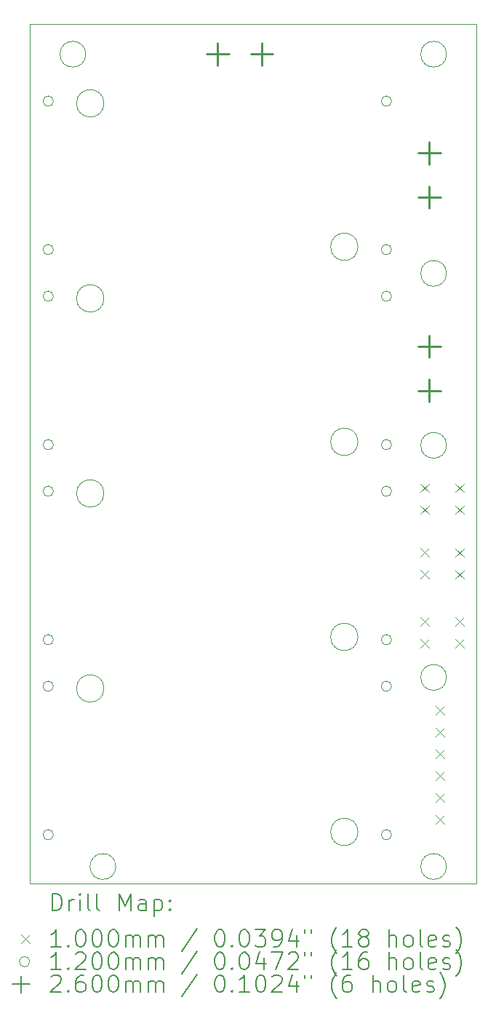
<source format=gbr>
%TF.GenerationSoftware,KiCad,Pcbnew,9.0.0-9.0.0-2~ubuntu24.04.1*%
%TF.CreationDate,2025-04-02T19:47:50+02:00*%
%TF.ProjectId,Buck_InterFace,4275636b-5f49-46e7-9465-72466163652e,rev?*%
%TF.SameCoordinates,Original*%
%TF.FileFunction,Drillmap*%
%TF.FilePolarity,Positive*%
%FSLAX45Y45*%
G04 Gerber Fmt 4.5, Leading zero omitted, Abs format (unit mm)*
G04 Created by KiCad (PCBNEW 9.0.0-9.0.0-2~ubuntu24.04.1) date 2025-04-02 19:47:50*
%MOMM*%
%LPD*%
G01*
G04 APERTURE LIST*
%ADD10C,0.050000*%
%ADD11C,0.200000*%
%ADD12C,0.100000*%
%ADD13C,0.120000*%
%ADD14C,0.260000*%
G04 APERTURE END LIST*
D10*
X15300000Y-8450000D02*
G75*
G02*
X15000000Y-8450000I-150000J0D01*
G01*
X15000000Y-8450000D02*
G75*
G02*
X15300000Y-8450000I150000J0D01*
G01*
X11100000Y-3900000D02*
G75*
G02*
X10800000Y-3900000I-150000J0D01*
G01*
X10800000Y-3900000D02*
G75*
G02*
X11100000Y-3900000I150000J0D01*
G01*
X10450000Y-3550000D02*
X15650000Y-3550000D01*
X15650000Y-13550000D01*
X10450000Y-13550000D01*
X10450000Y-3550000D01*
X15300000Y-3900000D02*
G75*
G02*
X15000000Y-3900000I-150000J0D01*
G01*
X15000000Y-3900000D02*
G75*
G02*
X15300000Y-3900000I150000J0D01*
G01*
X15300000Y-6450000D02*
G75*
G02*
X15000000Y-6450000I-150000J0D01*
G01*
X15000000Y-6450000D02*
G75*
G02*
X15300000Y-6450000I150000J0D01*
G01*
X15300000Y-11150000D02*
G75*
G02*
X15000000Y-11150000I-150000J0D01*
G01*
X15000000Y-11150000D02*
G75*
G02*
X15300000Y-11150000I150000J0D01*
G01*
X11450000Y-13350000D02*
G75*
G02*
X11150000Y-13350000I-150000J0D01*
G01*
X11150000Y-13350000D02*
G75*
G02*
X11450000Y-13350000I150000J0D01*
G01*
X15300000Y-13350000D02*
G75*
G02*
X15000000Y-13350000I-150000J0D01*
G01*
X15000000Y-13350000D02*
G75*
G02*
X15300000Y-13350000I150000J0D01*
G01*
X11311956Y-4471200D02*
G75*
G02*
X10993200Y-4471200I-159378J0D01*
G01*
X10993200Y-4471200D02*
G75*
G02*
X11311956Y-4471200I159378J0D01*
G01*
X14269800Y-6140636D02*
G75*
G02*
X13951072Y-6140636I-159364J0D01*
G01*
X13951072Y-6140636D02*
G75*
G02*
X14269800Y-6140636I159364J0D01*
G01*
X11311956Y-6740200D02*
G75*
G02*
X10993200Y-6740200I-159378J0D01*
G01*
X10993200Y-6740200D02*
G75*
G02*
X11311956Y-6740200I159378J0D01*
G01*
X14269800Y-8409636D02*
G75*
G02*
X13951072Y-8409636I-159364J0D01*
G01*
X13951072Y-8409636D02*
G75*
G02*
X14269800Y-8409636I159364J0D01*
G01*
X11311956Y-9009200D02*
G75*
G02*
X10993200Y-9009200I-159378J0D01*
G01*
X10993200Y-9009200D02*
G75*
G02*
X11311956Y-9009200I159378J0D01*
G01*
X14269800Y-10678636D02*
G75*
G02*
X13951072Y-10678636I-159364J0D01*
G01*
X13951072Y-10678636D02*
G75*
G02*
X14269800Y-10678636I159364J0D01*
G01*
X11311956Y-11278200D02*
G75*
G02*
X10993200Y-11278200I-159378J0D01*
G01*
X10993200Y-11278200D02*
G75*
G02*
X11311956Y-11278200I159378J0D01*
G01*
X14269800Y-12947636D02*
G75*
G02*
X13951072Y-12947636I-159364J0D01*
G01*
X13951072Y-12947636D02*
G75*
G02*
X14269800Y-12947636I159364J0D01*
G01*
D11*
D12*
X15000000Y-8896000D02*
X15100000Y-8996000D01*
X15100000Y-8896000D02*
X15000000Y-8996000D01*
X15000000Y-9150000D02*
X15100000Y-9250000D01*
X15100000Y-9150000D02*
X15000000Y-9250000D01*
X15000000Y-9646000D02*
X15100000Y-9746000D01*
X15100000Y-9646000D02*
X15000000Y-9746000D01*
X15000000Y-9900000D02*
X15100000Y-10000000D01*
X15100000Y-9900000D02*
X15000000Y-10000000D01*
X15000000Y-10450000D02*
X15100000Y-10550000D01*
X15100000Y-10450000D02*
X15000000Y-10550000D01*
X15000000Y-10704000D02*
X15100000Y-10804000D01*
X15100000Y-10704000D02*
X15000000Y-10804000D01*
X15175000Y-11480000D02*
X15275000Y-11580000D01*
X15275000Y-11480000D02*
X15175000Y-11580000D01*
X15175000Y-11734000D02*
X15275000Y-11834000D01*
X15275000Y-11734000D02*
X15175000Y-11834000D01*
X15175000Y-11988000D02*
X15275000Y-12088000D01*
X15275000Y-11988000D02*
X15175000Y-12088000D01*
X15175000Y-12242000D02*
X15275000Y-12342000D01*
X15275000Y-12242000D02*
X15175000Y-12342000D01*
X15175000Y-12496000D02*
X15275000Y-12596000D01*
X15275000Y-12496000D02*
X15175000Y-12596000D01*
X15175000Y-12750000D02*
X15275000Y-12850000D01*
X15275000Y-12750000D02*
X15175000Y-12850000D01*
X15400000Y-8896000D02*
X15500000Y-8996000D01*
X15500000Y-8896000D02*
X15400000Y-8996000D01*
X15400000Y-9150000D02*
X15500000Y-9250000D01*
X15500000Y-9150000D02*
X15400000Y-9250000D01*
X15400000Y-9650000D02*
X15500000Y-9750000D01*
X15500000Y-9650000D02*
X15400000Y-9750000D01*
X15400000Y-9904000D02*
X15500000Y-10004000D01*
X15500000Y-9904000D02*
X15400000Y-10004000D01*
X15400000Y-10450000D02*
X15500000Y-10550000D01*
X15500000Y-10450000D02*
X15400000Y-10550000D01*
X15400000Y-10704000D02*
X15500000Y-10804000D01*
X15500000Y-10704000D02*
X15400000Y-10804000D01*
D13*
X10723000Y-4445800D02*
G75*
G02*
X10603000Y-4445800I-60000J0D01*
G01*
X10603000Y-4445800D02*
G75*
G02*
X10723000Y-4445800I60000J0D01*
G01*
X10723000Y-6173000D02*
G75*
G02*
X10603000Y-6173000I-60000J0D01*
G01*
X10603000Y-6173000D02*
G75*
G02*
X10723000Y-6173000I60000J0D01*
G01*
X10723000Y-6714800D02*
G75*
G02*
X10603000Y-6714800I-60000J0D01*
G01*
X10603000Y-6714800D02*
G75*
G02*
X10723000Y-6714800I60000J0D01*
G01*
X10723000Y-8442000D02*
G75*
G02*
X10603000Y-8442000I-60000J0D01*
G01*
X10603000Y-8442000D02*
G75*
G02*
X10723000Y-8442000I60000J0D01*
G01*
X10723000Y-8983800D02*
G75*
G02*
X10603000Y-8983800I-60000J0D01*
G01*
X10603000Y-8983800D02*
G75*
G02*
X10723000Y-8983800I60000J0D01*
G01*
X10723000Y-10711000D02*
G75*
G02*
X10603000Y-10711000I-60000J0D01*
G01*
X10603000Y-10711000D02*
G75*
G02*
X10723000Y-10711000I60000J0D01*
G01*
X10723000Y-11252800D02*
G75*
G02*
X10603000Y-11252800I-60000J0D01*
G01*
X10603000Y-11252800D02*
G75*
G02*
X10723000Y-11252800I60000J0D01*
G01*
X10723000Y-12980000D02*
G75*
G02*
X10603000Y-12980000I-60000J0D01*
G01*
X10603000Y-12980000D02*
G75*
G02*
X10723000Y-12980000I60000J0D01*
G01*
X14660000Y-4445800D02*
G75*
G02*
X14540000Y-4445800I-60000J0D01*
G01*
X14540000Y-4445800D02*
G75*
G02*
X14660000Y-4445800I60000J0D01*
G01*
X14660000Y-6173000D02*
G75*
G02*
X14540000Y-6173000I-60000J0D01*
G01*
X14540000Y-6173000D02*
G75*
G02*
X14660000Y-6173000I60000J0D01*
G01*
X14660000Y-6714800D02*
G75*
G02*
X14540000Y-6714800I-60000J0D01*
G01*
X14540000Y-6714800D02*
G75*
G02*
X14660000Y-6714800I60000J0D01*
G01*
X14660000Y-8442000D02*
G75*
G02*
X14540000Y-8442000I-60000J0D01*
G01*
X14540000Y-8442000D02*
G75*
G02*
X14660000Y-8442000I60000J0D01*
G01*
X14660000Y-8983800D02*
G75*
G02*
X14540000Y-8983800I-60000J0D01*
G01*
X14540000Y-8983800D02*
G75*
G02*
X14660000Y-8983800I60000J0D01*
G01*
X14660000Y-10711000D02*
G75*
G02*
X14540000Y-10711000I-60000J0D01*
G01*
X14540000Y-10711000D02*
G75*
G02*
X14660000Y-10711000I60000J0D01*
G01*
X14660000Y-11252800D02*
G75*
G02*
X14540000Y-11252800I-60000J0D01*
G01*
X14540000Y-11252800D02*
G75*
G02*
X14660000Y-11252800I60000J0D01*
G01*
X14660000Y-12980000D02*
G75*
G02*
X14540000Y-12980000I-60000J0D01*
G01*
X14540000Y-12980000D02*
G75*
G02*
X14660000Y-12980000I60000J0D01*
G01*
D14*
X12636920Y-3770000D02*
X12636920Y-4030000D01*
X12506920Y-3900000D02*
X12766920Y-3900000D01*
X13150000Y-3770000D02*
X13150000Y-4030000D01*
X13020000Y-3900000D02*
X13280000Y-3900000D01*
X15100000Y-4920000D02*
X15100000Y-5180000D01*
X14970000Y-5050000D02*
X15230000Y-5050000D01*
X15100000Y-5433080D02*
X15100000Y-5693080D01*
X14970000Y-5563080D02*
X15230000Y-5563080D01*
X15100000Y-7170000D02*
X15100000Y-7430000D01*
X14970000Y-7300000D02*
X15230000Y-7300000D01*
X15100000Y-7683080D02*
X15100000Y-7943080D01*
X14970000Y-7813080D02*
X15230000Y-7813080D01*
D11*
X10708277Y-13863984D02*
X10708277Y-13663984D01*
X10708277Y-13663984D02*
X10755896Y-13663984D01*
X10755896Y-13663984D02*
X10784467Y-13673508D01*
X10784467Y-13673508D02*
X10803515Y-13692555D01*
X10803515Y-13692555D02*
X10813039Y-13711603D01*
X10813039Y-13711603D02*
X10822563Y-13749698D01*
X10822563Y-13749698D02*
X10822563Y-13778269D01*
X10822563Y-13778269D02*
X10813039Y-13816365D01*
X10813039Y-13816365D02*
X10803515Y-13835412D01*
X10803515Y-13835412D02*
X10784467Y-13854460D01*
X10784467Y-13854460D02*
X10755896Y-13863984D01*
X10755896Y-13863984D02*
X10708277Y-13863984D01*
X10908277Y-13863984D02*
X10908277Y-13730650D01*
X10908277Y-13768746D02*
X10917801Y-13749698D01*
X10917801Y-13749698D02*
X10927324Y-13740174D01*
X10927324Y-13740174D02*
X10946372Y-13730650D01*
X10946372Y-13730650D02*
X10965420Y-13730650D01*
X11032086Y-13863984D02*
X11032086Y-13730650D01*
X11032086Y-13663984D02*
X11022563Y-13673508D01*
X11022563Y-13673508D02*
X11032086Y-13683031D01*
X11032086Y-13683031D02*
X11041610Y-13673508D01*
X11041610Y-13673508D02*
X11032086Y-13663984D01*
X11032086Y-13663984D02*
X11032086Y-13683031D01*
X11155896Y-13863984D02*
X11136848Y-13854460D01*
X11136848Y-13854460D02*
X11127324Y-13835412D01*
X11127324Y-13835412D02*
X11127324Y-13663984D01*
X11260658Y-13863984D02*
X11241610Y-13854460D01*
X11241610Y-13854460D02*
X11232086Y-13835412D01*
X11232086Y-13835412D02*
X11232086Y-13663984D01*
X11489229Y-13863984D02*
X11489229Y-13663984D01*
X11489229Y-13663984D02*
X11555896Y-13806841D01*
X11555896Y-13806841D02*
X11622562Y-13663984D01*
X11622562Y-13663984D02*
X11622562Y-13863984D01*
X11803515Y-13863984D02*
X11803515Y-13759222D01*
X11803515Y-13759222D02*
X11793991Y-13740174D01*
X11793991Y-13740174D02*
X11774943Y-13730650D01*
X11774943Y-13730650D02*
X11736848Y-13730650D01*
X11736848Y-13730650D02*
X11717801Y-13740174D01*
X11803515Y-13854460D02*
X11784467Y-13863984D01*
X11784467Y-13863984D02*
X11736848Y-13863984D01*
X11736848Y-13863984D02*
X11717801Y-13854460D01*
X11717801Y-13854460D02*
X11708277Y-13835412D01*
X11708277Y-13835412D02*
X11708277Y-13816365D01*
X11708277Y-13816365D02*
X11717801Y-13797317D01*
X11717801Y-13797317D02*
X11736848Y-13787793D01*
X11736848Y-13787793D02*
X11784467Y-13787793D01*
X11784467Y-13787793D02*
X11803515Y-13778269D01*
X11898753Y-13730650D02*
X11898753Y-13930650D01*
X11898753Y-13740174D02*
X11917801Y-13730650D01*
X11917801Y-13730650D02*
X11955896Y-13730650D01*
X11955896Y-13730650D02*
X11974943Y-13740174D01*
X11974943Y-13740174D02*
X11984467Y-13749698D01*
X11984467Y-13749698D02*
X11993991Y-13768746D01*
X11993991Y-13768746D02*
X11993991Y-13825888D01*
X11993991Y-13825888D02*
X11984467Y-13844936D01*
X11984467Y-13844936D02*
X11974943Y-13854460D01*
X11974943Y-13854460D02*
X11955896Y-13863984D01*
X11955896Y-13863984D02*
X11917801Y-13863984D01*
X11917801Y-13863984D02*
X11898753Y-13854460D01*
X12079705Y-13844936D02*
X12089229Y-13854460D01*
X12089229Y-13854460D02*
X12079705Y-13863984D01*
X12079705Y-13863984D02*
X12070182Y-13854460D01*
X12070182Y-13854460D02*
X12079705Y-13844936D01*
X12079705Y-13844936D02*
X12079705Y-13863984D01*
X12079705Y-13740174D02*
X12089229Y-13749698D01*
X12089229Y-13749698D02*
X12079705Y-13759222D01*
X12079705Y-13759222D02*
X12070182Y-13749698D01*
X12070182Y-13749698D02*
X12079705Y-13740174D01*
X12079705Y-13740174D02*
X12079705Y-13759222D01*
D12*
X10347500Y-14142500D02*
X10447500Y-14242500D01*
X10447500Y-14142500D02*
X10347500Y-14242500D01*
D11*
X10813039Y-14283984D02*
X10698753Y-14283984D01*
X10755896Y-14283984D02*
X10755896Y-14083984D01*
X10755896Y-14083984D02*
X10736848Y-14112555D01*
X10736848Y-14112555D02*
X10717801Y-14131603D01*
X10717801Y-14131603D02*
X10698753Y-14141127D01*
X10898753Y-14264936D02*
X10908277Y-14274460D01*
X10908277Y-14274460D02*
X10898753Y-14283984D01*
X10898753Y-14283984D02*
X10889229Y-14274460D01*
X10889229Y-14274460D02*
X10898753Y-14264936D01*
X10898753Y-14264936D02*
X10898753Y-14283984D01*
X11032086Y-14083984D02*
X11051134Y-14083984D01*
X11051134Y-14083984D02*
X11070182Y-14093508D01*
X11070182Y-14093508D02*
X11079705Y-14103031D01*
X11079705Y-14103031D02*
X11089229Y-14122079D01*
X11089229Y-14122079D02*
X11098753Y-14160174D01*
X11098753Y-14160174D02*
X11098753Y-14207793D01*
X11098753Y-14207793D02*
X11089229Y-14245888D01*
X11089229Y-14245888D02*
X11079705Y-14264936D01*
X11079705Y-14264936D02*
X11070182Y-14274460D01*
X11070182Y-14274460D02*
X11051134Y-14283984D01*
X11051134Y-14283984D02*
X11032086Y-14283984D01*
X11032086Y-14283984D02*
X11013039Y-14274460D01*
X11013039Y-14274460D02*
X11003515Y-14264936D01*
X11003515Y-14264936D02*
X10993991Y-14245888D01*
X10993991Y-14245888D02*
X10984467Y-14207793D01*
X10984467Y-14207793D02*
X10984467Y-14160174D01*
X10984467Y-14160174D02*
X10993991Y-14122079D01*
X10993991Y-14122079D02*
X11003515Y-14103031D01*
X11003515Y-14103031D02*
X11013039Y-14093508D01*
X11013039Y-14093508D02*
X11032086Y-14083984D01*
X11222562Y-14083984D02*
X11241610Y-14083984D01*
X11241610Y-14083984D02*
X11260658Y-14093508D01*
X11260658Y-14093508D02*
X11270182Y-14103031D01*
X11270182Y-14103031D02*
X11279705Y-14122079D01*
X11279705Y-14122079D02*
X11289229Y-14160174D01*
X11289229Y-14160174D02*
X11289229Y-14207793D01*
X11289229Y-14207793D02*
X11279705Y-14245888D01*
X11279705Y-14245888D02*
X11270182Y-14264936D01*
X11270182Y-14264936D02*
X11260658Y-14274460D01*
X11260658Y-14274460D02*
X11241610Y-14283984D01*
X11241610Y-14283984D02*
X11222562Y-14283984D01*
X11222562Y-14283984D02*
X11203515Y-14274460D01*
X11203515Y-14274460D02*
X11193991Y-14264936D01*
X11193991Y-14264936D02*
X11184467Y-14245888D01*
X11184467Y-14245888D02*
X11174944Y-14207793D01*
X11174944Y-14207793D02*
X11174944Y-14160174D01*
X11174944Y-14160174D02*
X11184467Y-14122079D01*
X11184467Y-14122079D02*
X11193991Y-14103031D01*
X11193991Y-14103031D02*
X11203515Y-14093508D01*
X11203515Y-14093508D02*
X11222562Y-14083984D01*
X11413039Y-14083984D02*
X11432086Y-14083984D01*
X11432086Y-14083984D02*
X11451134Y-14093508D01*
X11451134Y-14093508D02*
X11460658Y-14103031D01*
X11460658Y-14103031D02*
X11470182Y-14122079D01*
X11470182Y-14122079D02*
X11479705Y-14160174D01*
X11479705Y-14160174D02*
X11479705Y-14207793D01*
X11479705Y-14207793D02*
X11470182Y-14245888D01*
X11470182Y-14245888D02*
X11460658Y-14264936D01*
X11460658Y-14264936D02*
X11451134Y-14274460D01*
X11451134Y-14274460D02*
X11432086Y-14283984D01*
X11432086Y-14283984D02*
X11413039Y-14283984D01*
X11413039Y-14283984D02*
X11393991Y-14274460D01*
X11393991Y-14274460D02*
X11384467Y-14264936D01*
X11384467Y-14264936D02*
X11374943Y-14245888D01*
X11374943Y-14245888D02*
X11365420Y-14207793D01*
X11365420Y-14207793D02*
X11365420Y-14160174D01*
X11365420Y-14160174D02*
X11374943Y-14122079D01*
X11374943Y-14122079D02*
X11384467Y-14103031D01*
X11384467Y-14103031D02*
X11393991Y-14093508D01*
X11393991Y-14093508D02*
X11413039Y-14083984D01*
X11565420Y-14283984D02*
X11565420Y-14150650D01*
X11565420Y-14169698D02*
X11574943Y-14160174D01*
X11574943Y-14160174D02*
X11593991Y-14150650D01*
X11593991Y-14150650D02*
X11622563Y-14150650D01*
X11622563Y-14150650D02*
X11641610Y-14160174D01*
X11641610Y-14160174D02*
X11651134Y-14179222D01*
X11651134Y-14179222D02*
X11651134Y-14283984D01*
X11651134Y-14179222D02*
X11660658Y-14160174D01*
X11660658Y-14160174D02*
X11679705Y-14150650D01*
X11679705Y-14150650D02*
X11708277Y-14150650D01*
X11708277Y-14150650D02*
X11727324Y-14160174D01*
X11727324Y-14160174D02*
X11736848Y-14179222D01*
X11736848Y-14179222D02*
X11736848Y-14283984D01*
X11832086Y-14283984D02*
X11832086Y-14150650D01*
X11832086Y-14169698D02*
X11841610Y-14160174D01*
X11841610Y-14160174D02*
X11860658Y-14150650D01*
X11860658Y-14150650D02*
X11889229Y-14150650D01*
X11889229Y-14150650D02*
X11908277Y-14160174D01*
X11908277Y-14160174D02*
X11917801Y-14179222D01*
X11917801Y-14179222D02*
X11917801Y-14283984D01*
X11917801Y-14179222D02*
X11927324Y-14160174D01*
X11927324Y-14160174D02*
X11946372Y-14150650D01*
X11946372Y-14150650D02*
X11974943Y-14150650D01*
X11974943Y-14150650D02*
X11993991Y-14160174D01*
X11993991Y-14160174D02*
X12003515Y-14179222D01*
X12003515Y-14179222D02*
X12003515Y-14283984D01*
X12393991Y-14074460D02*
X12222563Y-14331603D01*
X12651134Y-14083984D02*
X12670182Y-14083984D01*
X12670182Y-14083984D02*
X12689229Y-14093508D01*
X12689229Y-14093508D02*
X12698753Y-14103031D01*
X12698753Y-14103031D02*
X12708277Y-14122079D01*
X12708277Y-14122079D02*
X12717801Y-14160174D01*
X12717801Y-14160174D02*
X12717801Y-14207793D01*
X12717801Y-14207793D02*
X12708277Y-14245888D01*
X12708277Y-14245888D02*
X12698753Y-14264936D01*
X12698753Y-14264936D02*
X12689229Y-14274460D01*
X12689229Y-14274460D02*
X12670182Y-14283984D01*
X12670182Y-14283984D02*
X12651134Y-14283984D01*
X12651134Y-14283984D02*
X12632086Y-14274460D01*
X12632086Y-14274460D02*
X12622563Y-14264936D01*
X12622563Y-14264936D02*
X12613039Y-14245888D01*
X12613039Y-14245888D02*
X12603515Y-14207793D01*
X12603515Y-14207793D02*
X12603515Y-14160174D01*
X12603515Y-14160174D02*
X12613039Y-14122079D01*
X12613039Y-14122079D02*
X12622563Y-14103031D01*
X12622563Y-14103031D02*
X12632086Y-14093508D01*
X12632086Y-14093508D02*
X12651134Y-14083984D01*
X12803515Y-14264936D02*
X12813039Y-14274460D01*
X12813039Y-14274460D02*
X12803515Y-14283984D01*
X12803515Y-14283984D02*
X12793991Y-14274460D01*
X12793991Y-14274460D02*
X12803515Y-14264936D01*
X12803515Y-14264936D02*
X12803515Y-14283984D01*
X12936848Y-14083984D02*
X12955896Y-14083984D01*
X12955896Y-14083984D02*
X12974944Y-14093508D01*
X12974944Y-14093508D02*
X12984467Y-14103031D01*
X12984467Y-14103031D02*
X12993991Y-14122079D01*
X12993991Y-14122079D02*
X13003515Y-14160174D01*
X13003515Y-14160174D02*
X13003515Y-14207793D01*
X13003515Y-14207793D02*
X12993991Y-14245888D01*
X12993991Y-14245888D02*
X12984467Y-14264936D01*
X12984467Y-14264936D02*
X12974944Y-14274460D01*
X12974944Y-14274460D02*
X12955896Y-14283984D01*
X12955896Y-14283984D02*
X12936848Y-14283984D01*
X12936848Y-14283984D02*
X12917801Y-14274460D01*
X12917801Y-14274460D02*
X12908277Y-14264936D01*
X12908277Y-14264936D02*
X12898753Y-14245888D01*
X12898753Y-14245888D02*
X12889229Y-14207793D01*
X12889229Y-14207793D02*
X12889229Y-14160174D01*
X12889229Y-14160174D02*
X12898753Y-14122079D01*
X12898753Y-14122079D02*
X12908277Y-14103031D01*
X12908277Y-14103031D02*
X12917801Y-14093508D01*
X12917801Y-14093508D02*
X12936848Y-14083984D01*
X13070182Y-14083984D02*
X13193991Y-14083984D01*
X13193991Y-14083984D02*
X13127325Y-14160174D01*
X13127325Y-14160174D02*
X13155896Y-14160174D01*
X13155896Y-14160174D02*
X13174944Y-14169698D01*
X13174944Y-14169698D02*
X13184467Y-14179222D01*
X13184467Y-14179222D02*
X13193991Y-14198269D01*
X13193991Y-14198269D02*
X13193991Y-14245888D01*
X13193991Y-14245888D02*
X13184467Y-14264936D01*
X13184467Y-14264936D02*
X13174944Y-14274460D01*
X13174944Y-14274460D02*
X13155896Y-14283984D01*
X13155896Y-14283984D02*
X13098753Y-14283984D01*
X13098753Y-14283984D02*
X13079706Y-14274460D01*
X13079706Y-14274460D02*
X13070182Y-14264936D01*
X13289229Y-14283984D02*
X13327325Y-14283984D01*
X13327325Y-14283984D02*
X13346372Y-14274460D01*
X13346372Y-14274460D02*
X13355896Y-14264936D01*
X13355896Y-14264936D02*
X13374944Y-14236365D01*
X13374944Y-14236365D02*
X13384467Y-14198269D01*
X13384467Y-14198269D02*
X13384467Y-14122079D01*
X13384467Y-14122079D02*
X13374944Y-14103031D01*
X13374944Y-14103031D02*
X13365420Y-14093508D01*
X13365420Y-14093508D02*
X13346372Y-14083984D01*
X13346372Y-14083984D02*
X13308277Y-14083984D01*
X13308277Y-14083984D02*
X13289229Y-14093508D01*
X13289229Y-14093508D02*
X13279706Y-14103031D01*
X13279706Y-14103031D02*
X13270182Y-14122079D01*
X13270182Y-14122079D02*
X13270182Y-14169698D01*
X13270182Y-14169698D02*
X13279706Y-14188746D01*
X13279706Y-14188746D02*
X13289229Y-14198269D01*
X13289229Y-14198269D02*
X13308277Y-14207793D01*
X13308277Y-14207793D02*
X13346372Y-14207793D01*
X13346372Y-14207793D02*
X13365420Y-14198269D01*
X13365420Y-14198269D02*
X13374944Y-14188746D01*
X13374944Y-14188746D02*
X13384467Y-14169698D01*
X13555896Y-14150650D02*
X13555896Y-14283984D01*
X13508277Y-14074460D02*
X13460658Y-14217317D01*
X13460658Y-14217317D02*
X13584467Y-14217317D01*
X13651134Y-14083984D02*
X13651134Y-14122079D01*
X13727325Y-14083984D02*
X13727325Y-14122079D01*
X14022563Y-14360174D02*
X14013039Y-14350650D01*
X14013039Y-14350650D02*
X13993991Y-14322079D01*
X13993991Y-14322079D02*
X13984468Y-14303031D01*
X13984468Y-14303031D02*
X13974944Y-14274460D01*
X13974944Y-14274460D02*
X13965420Y-14226841D01*
X13965420Y-14226841D02*
X13965420Y-14188746D01*
X13965420Y-14188746D02*
X13974944Y-14141127D01*
X13974944Y-14141127D02*
X13984468Y-14112555D01*
X13984468Y-14112555D02*
X13993991Y-14093508D01*
X13993991Y-14093508D02*
X14013039Y-14064936D01*
X14013039Y-14064936D02*
X14022563Y-14055412D01*
X14203515Y-14283984D02*
X14089229Y-14283984D01*
X14146372Y-14283984D02*
X14146372Y-14083984D01*
X14146372Y-14083984D02*
X14127325Y-14112555D01*
X14127325Y-14112555D02*
X14108277Y-14131603D01*
X14108277Y-14131603D02*
X14089229Y-14141127D01*
X14317801Y-14169698D02*
X14298753Y-14160174D01*
X14298753Y-14160174D02*
X14289229Y-14150650D01*
X14289229Y-14150650D02*
X14279706Y-14131603D01*
X14279706Y-14131603D02*
X14279706Y-14122079D01*
X14279706Y-14122079D02*
X14289229Y-14103031D01*
X14289229Y-14103031D02*
X14298753Y-14093508D01*
X14298753Y-14093508D02*
X14317801Y-14083984D01*
X14317801Y-14083984D02*
X14355896Y-14083984D01*
X14355896Y-14083984D02*
X14374944Y-14093508D01*
X14374944Y-14093508D02*
X14384468Y-14103031D01*
X14384468Y-14103031D02*
X14393991Y-14122079D01*
X14393991Y-14122079D02*
X14393991Y-14131603D01*
X14393991Y-14131603D02*
X14384468Y-14150650D01*
X14384468Y-14150650D02*
X14374944Y-14160174D01*
X14374944Y-14160174D02*
X14355896Y-14169698D01*
X14355896Y-14169698D02*
X14317801Y-14169698D01*
X14317801Y-14169698D02*
X14298753Y-14179222D01*
X14298753Y-14179222D02*
X14289229Y-14188746D01*
X14289229Y-14188746D02*
X14279706Y-14207793D01*
X14279706Y-14207793D02*
X14279706Y-14245888D01*
X14279706Y-14245888D02*
X14289229Y-14264936D01*
X14289229Y-14264936D02*
X14298753Y-14274460D01*
X14298753Y-14274460D02*
X14317801Y-14283984D01*
X14317801Y-14283984D02*
X14355896Y-14283984D01*
X14355896Y-14283984D02*
X14374944Y-14274460D01*
X14374944Y-14274460D02*
X14384468Y-14264936D01*
X14384468Y-14264936D02*
X14393991Y-14245888D01*
X14393991Y-14245888D02*
X14393991Y-14207793D01*
X14393991Y-14207793D02*
X14384468Y-14188746D01*
X14384468Y-14188746D02*
X14374944Y-14179222D01*
X14374944Y-14179222D02*
X14355896Y-14169698D01*
X14632087Y-14283984D02*
X14632087Y-14083984D01*
X14717801Y-14283984D02*
X14717801Y-14179222D01*
X14717801Y-14179222D02*
X14708277Y-14160174D01*
X14708277Y-14160174D02*
X14689230Y-14150650D01*
X14689230Y-14150650D02*
X14660658Y-14150650D01*
X14660658Y-14150650D02*
X14641610Y-14160174D01*
X14641610Y-14160174D02*
X14632087Y-14169698D01*
X14841610Y-14283984D02*
X14822563Y-14274460D01*
X14822563Y-14274460D02*
X14813039Y-14264936D01*
X14813039Y-14264936D02*
X14803515Y-14245888D01*
X14803515Y-14245888D02*
X14803515Y-14188746D01*
X14803515Y-14188746D02*
X14813039Y-14169698D01*
X14813039Y-14169698D02*
X14822563Y-14160174D01*
X14822563Y-14160174D02*
X14841610Y-14150650D01*
X14841610Y-14150650D02*
X14870182Y-14150650D01*
X14870182Y-14150650D02*
X14889230Y-14160174D01*
X14889230Y-14160174D02*
X14898753Y-14169698D01*
X14898753Y-14169698D02*
X14908277Y-14188746D01*
X14908277Y-14188746D02*
X14908277Y-14245888D01*
X14908277Y-14245888D02*
X14898753Y-14264936D01*
X14898753Y-14264936D02*
X14889230Y-14274460D01*
X14889230Y-14274460D02*
X14870182Y-14283984D01*
X14870182Y-14283984D02*
X14841610Y-14283984D01*
X15022563Y-14283984D02*
X15003515Y-14274460D01*
X15003515Y-14274460D02*
X14993991Y-14255412D01*
X14993991Y-14255412D02*
X14993991Y-14083984D01*
X15174944Y-14274460D02*
X15155896Y-14283984D01*
X15155896Y-14283984D02*
X15117801Y-14283984D01*
X15117801Y-14283984D02*
X15098753Y-14274460D01*
X15098753Y-14274460D02*
X15089230Y-14255412D01*
X15089230Y-14255412D02*
X15089230Y-14179222D01*
X15089230Y-14179222D02*
X15098753Y-14160174D01*
X15098753Y-14160174D02*
X15117801Y-14150650D01*
X15117801Y-14150650D02*
X15155896Y-14150650D01*
X15155896Y-14150650D02*
X15174944Y-14160174D01*
X15174944Y-14160174D02*
X15184468Y-14179222D01*
X15184468Y-14179222D02*
X15184468Y-14198269D01*
X15184468Y-14198269D02*
X15089230Y-14217317D01*
X15260658Y-14274460D02*
X15279706Y-14283984D01*
X15279706Y-14283984D02*
X15317801Y-14283984D01*
X15317801Y-14283984D02*
X15336849Y-14274460D01*
X15336849Y-14274460D02*
X15346372Y-14255412D01*
X15346372Y-14255412D02*
X15346372Y-14245888D01*
X15346372Y-14245888D02*
X15336849Y-14226841D01*
X15336849Y-14226841D02*
X15317801Y-14217317D01*
X15317801Y-14217317D02*
X15289230Y-14217317D01*
X15289230Y-14217317D02*
X15270182Y-14207793D01*
X15270182Y-14207793D02*
X15260658Y-14188746D01*
X15260658Y-14188746D02*
X15260658Y-14179222D01*
X15260658Y-14179222D02*
X15270182Y-14160174D01*
X15270182Y-14160174D02*
X15289230Y-14150650D01*
X15289230Y-14150650D02*
X15317801Y-14150650D01*
X15317801Y-14150650D02*
X15336849Y-14160174D01*
X15413039Y-14360174D02*
X15422563Y-14350650D01*
X15422563Y-14350650D02*
X15441611Y-14322079D01*
X15441611Y-14322079D02*
X15451134Y-14303031D01*
X15451134Y-14303031D02*
X15460658Y-14274460D01*
X15460658Y-14274460D02*
X15470182Y-14226841D01*
X15470182Y-14226841D02*
X15470182Y-14188746D01*
X15470182Y-14188746D02*
X15460658Y-14141127D01*
X15460658Y-14141127D02*
X15451134Y-14112555D01*
X15451134Y-14112555D02*
X15441611Y-14093508D01*
X15441611Y-14093508D02*
X15422563Y-14064936D01*
X15422563Y-14064936D02*
X15413039Y-14055412D01*
D13*
X10447500Y-14456500D02*
G75*
G02*
X10327500Y-14456500I-60000J0D01*
G01*
X10327500Y-14456500D02*
G75*
G02*
X10447500Y-14456500I60000J0D01*
G01*
D11*
X10813039Y-14547984D02*
X10698753Y-14547984D01*
X10755896Y-14547984D02*
X10755896Y-14347984D01*
X10755896Y-14347984D02*
X10736848Y-14376555D01*
X10736848Y-14376555D02*
X10717801Y-14395603D01*
X10717801Y-14395603D02*
X10698753Y-14405127D01*
X10898753Y-14528936D02*
X10908277Y-14538460D01*
X10908277Y-14538460D02*
X10898753Y-14547984D01*
X10898753Y-14547984D02*
X10889229Y-14538460D01*
X10889229Y-14538460D02*
X10898753Y-14528936D01*
X10898753Y-14528936D02*
X10898753Y-14547984D01*
X10984467Y-14367031D02*
X10993991Y-14357508D01*
X10993991Y-14357508D02*
X11013039Y-14347984D01*
X11013039Y-14347984D02*
X11060658Y-14347984D01*
X11060658Y-14347984D02*
X11079705Y-14357508D01*
X11079705Y-14357508D02*
X11089229Y-14367031D01*
X11089229Y-14367031D02*
X11098753Y-14386079D01*
X11098753Y-14386079D02*
X11098753Y-14405127D01*
X11098753Y-14405127D02*
X11089229Y-14433698D01*
X11089229Y-14433698D02*
X10974944Y-14547984D01*
X10974944Y-14547984D02*
X11098753Y-14547984D01*
X11222562Y-14347984D02*
X11241610Y-14347984D01*
X11241610Y-14347984D02*
X11260658Y-14357508D01*
X11260658Y-14357508D02*
X11270182Y-14367031D01*
X11270182Y-14367031D02*
X11279705Y-14386079D01*
X11279705Y-14386079D02*
X11289229Y-14424174D01*
X11289229Y-14424174D02*
X11289229Y-14471793D01*
X11289229Y-14471793D02*
X11279705Y-14509888D01*
X11279705Y-14509888D02*
X11270182Y-14528936D01*
X11270182Y-14528936D02*
X11260658Y-14538460D01*
X11260658Y-14538460D02*
X11241610Y-14547984D01*
X11241610Y-14547984D02*
X11222562Y-14547984D01*
X11222562Y-14547984D02*
X11203515Y-14538460D01*
X11203515Y-14538460D02*
X11193991Y-14528936D01*
X11193991Y-14528936D02*
X11184467Y-14509888D01*
X11184467Y-14509888D02*
X11174944Y-14471793D01*
X11174944Y-14471793D02*
X11174944Y-14424174D01*
X11174944Y-14424174D02*
X11184467Y-14386079D01*
X11184467Y-14386079D02*
X11193991Y-14367031D01*
X11193991Y-14367031D02*
X11203515Y-14357508D01*
X11203515Y-14357508D02*
X11222562Y-14347984D01*
X11413039Y-14347984D02*
X11432086Y-14347984D01*
X11432086Y-14347984D02*
X11451134Y-14357508D01*
X11451134Y-14357508D02*
X11460658Y-14367031D01*
X11460658Y-14367031D02*
X11470182Y-14386079D01*
X11470182Y-14386079D02*
X11479705Y-14424174D01*
X11479705Y-14424174D02*
X11479705Y-14471793D01*
X11479705Y-14471793D02*
X11470182Y-14509888D01*
X11470182Y-14509888D02*
X11460658Y-14528936D01*
X11460658Y-14528936D02*
X11451134Y-14538460D01*
X11451134Y-14538460D02*
X11432086Y-14547984D01*
X11432086Y-14547984D02*
X11413039Y-14547984D01*
X11413039Y-14547984D02*
X11393991Y-14538460D01*
X11393991Y-14538460D02*
X11384467Y-14528936D01*
X11384467Y-14528936D02*
X11374943Y-14509888D01*
X11374943Y-14509888D02*
X11365420Y-14471793D01*
X11365420Y-14471793D02*
X11365420Y-14424174D01*
X11365420Y-14424174D02*
X11374943Y-14386079D01*
X11374943Y-14386079D02*
X11384467Y-14367031D01*
X11384467Y-14367031D02*
X11393991Y-14357508D01*
X11393991Y-14357508D02*
X11413039Y-14347984D01*
X11565420Y-14547984D02*
X11565420Y-14414650D01*
X11565420Y-14433698D02*
X11574943Y-14424174D01*
X11574943Y-14424174D02*
X11593991Y-14414650D01*
X11593991Y-14414650D02*
X11622563Y-14414650D01*
X11622563Y-14414650D02*
X11641610Y-14424174D01*
X11641610Y-14424174D02*
X11651134Y-14443222D01*
X11651134Y-14443222D02*
X11651134Y-14547984D01*
X11651134Y-14443222D02*
X11660658Y-14424174D01*
X11660658Y-14424174D02*
X11679705Y-14414650D01*
X11679705Y-14414650D02*
X11708277Y-14414650D01*
X11708277Y-14414650D02*
X11727324Y-14424174D01*
X11727324Y-14424174D02*
X11736848Y-14443222D01*
X11736848Y-14443222D02*
X11736848Y-14547984D01*
X11832086Y-14547984D02*
X11832086Y-14414650D01*
X11832086Y-14433698D02*
X11841610Y-14424174D01*
X11841610Y-14424174D02*
X11860658Y-14414650D01*
X11860658Y-14414650D02*
X11889229Y-14414650D01*
X11889229Y-14414650D02*
X11908277Y-14424174D01*
X11908277Y-14424174D02*
X11917801Y-14443222D01*
X11917801Y-14443222D02*
X11917801Y-14547984D01*
X11917801Y-14443222D02*
X11927324Y-14424174D01*
X11927324Y-14424174D02*
X11946372Y-14414650D01*
X11946372Y-14414650D02*
X11974943Y-14414650D01*
X11974943Y-14414650D02*
X11993991Y-14424174D01*
X11993991Y-14424174D02*
X12003515Y-14443222D01*
X12003515Y-14443222D02*
X12003515Y-14547984D01*
X12393991Y-14338460D02*
X12222563Y-14595603D01*
X12651134Y-14347984D02*
X12670182Y-14347984D01*
X12670182Y-14347984D02*
X12689229Y-14357508D01*
X12689229Y-14357508D02*
X12698753Y-14367031D01*
X12698753Y-14367031D02*
X12708277Y-14386079D01*
X12708277Y-14386079D02*
X12717801Y-14424174D01*
X12717801Y-14424174D02*
X12717801Y-14471793D01*
X12717801Y-14471793D02*
X12708277Y-14509888D01*
X12708277Y-14509888D02*
X12698753Y-14528936D01*
X12698753Y-14528936D02*
X12689229Y-14538460D01*
X12689229Y-14538460D02*
X12670182Y-14547984D01*
X12670182Y-14547984D02*
X12651134Y-14547984D01*
X12651134Y-14547984D02*
X12632086Y-14538460D01*
X12632086Y-14538460D02*
X12622563Y-14528936D01*
X12622563Y-14528936D02*
X12613039Y-14509888D01*
X12613039Y-14509888D02*
X12603515Y-14471793D01*
X12603515Y-14471793D02*
X12603515Y-14424174D01*
X12603515Y-14424174D02*
X12613039Y-14386079D01*
X12613039Y-14386079D02*
X12622563Y-14367031D01*
X12622563Y-14367031D02*
X12632086Y-14357508D01*
X12632086Y-14357508D02*
X12651134Y-14347984D01*
X12803515Y-14528936D02*
X12813039Y-14538460D01*
X12813039Y-14538460D02*
X12803515Y-14547984D01*
X12803515Y-14547984D02*
X12793991Y-14538460D01*
X12793991Y-14538460D02*
X12803515Y-14528936D01*
X12803515Y-14528936D02*
X12803515Y-14547984D01*
X12936848Y-14347984D02*
X12955896Y-14347984D01*
X12955896Y-14347984D02*
X12974944Y-14357508D01*
X12974944Y-14357508D02*
X12984467Y-14367031D01*
X12984467Y-14367031D02*
X12993991Y-14386079D01*
X12993991Y-14386079D02*
X13003515Y-14424174D01*
X13003515Y-14424174D02*
X13003515Y-14471793D01*
X13003515Y-14471793D02*
X12993991Y-14509888D01*
X12993991Y-14509888D02*
X12984467Y-14528936D01*
X12984467Y-14528936D02*
X12974944Y-14538460D01*
X12974944Y-14538460D02*
X12955896Y-14547984D01*
X12955896Y-14547984D02*
X12936848Y-14547984D01*
X12936848Y-14547984D02*
X12917801Y-14538460D01*
X12917801Y-14538460D02*
X12908277Y-14528936D01*
X12908277Y-14528936D02*
X12898753Y-14509888D01*
X12898753Y-14509888D02*
X12889229Y-14471793D01*
X12889229Y-14471793D02*
X12889229Y-14424174D01*
X12889229Y-14424174D02*
X12898753Y-14386079D01*
X12898753Y-14386079D02*
X12908277Y-14367031D01*
X12908277Y-14367031D02*
X12917801Y-14357508D01*
X12917801Y-14357508D02*
X12936848Y-14347984D01*
X13174944Y-14414650D02*
X13174944Y-14547984D01*
X13127325Y-14338460D02*
X13079706Y-14481317D01*
X13079706Y-14481317D02*
X13203515Y-14481317D01*
X13260658Y-14347984D02*
X13393991Y-14347984D01*
X13393991Y-14347984D02*
X13308277Y-14547984D01*
X13460658Y-14367031D02*
X13470182Y-14357508D01*
X13470182Y-14357508D02*
X13489229Y-14347984D01*
X13489229Y-14347984D02*
X13536848Y-14347984D01*
X13536848Y-14347984D02*
X13555896Y-14357508D01*
X13555896Y-14357508D02*
X13565420Y-14367031D01*
X13565420Y-14367031D02*
X13574944Y-14386079D01*
X13574944Y-14386079D02*
X13574944Y-14405127D01*
X13574944Y-14405127D02*
X13565420Y-14433698D01*
X13565420Y-14433698D02*
X13451134Y-14547984D01*
X13451134Y-14547984D02*
X13574944Y-14547984D01*
X13651134Y-14347984D02*
X13651134Y-14386079D01*
X13727325Y-14347984D02*
X13727325Y-14386079D01*
X14022563Y-14624174D02*
X14013039Y-14614650D01*
X14013039Y-14614650D02*
X13993991Y-14586079D01*
X13993991Y-14586079D02*
X13984468Y-14567031D01*
X13984468Y-14567031D02*
X13974944Y-14538460D01*
X13974944Y-14538460D02*
X13965420Y-14490841D01*
X13965420Y-14490841D02*
X13965420Y-14452746D01*
X13965420Y-14452746D02*
X13974944Y-14405127D01*
X13974944Y-14405127D02*
X13984468Y-14376555D01*
X13984468Y-14376555D02*
X13993991Y-14357508D01*
X13993991Y-14357508D02*
X14013039Y-14328936D01*
X14013039Y-14328936D02*
X14022563Y-14319412D01*
X14203515Y-14547984D02*
X14089229Y-14547984D01*
X14146372Y-14547984D02*
X14146372Y-14347984D01*
X14146372Y-14347984D02*
X14127325Y-14376555D01*
X14127325Y-14376555D02*
X14108277Y-14395603D01*
X14108277Y-14395603D02*
X14089229Y-14405127D01*
X14374944Y-14347984D02*
X14336848Y-14347984D01*
X14336848Y-14347984D02*
X14317801Y-14357508D01*
X14317801Y-14357508D02*
X14308277Y-14367031D01*
X14308277Y-14367031D02*
X14289229Y-14395603D01*
X14289229Y-14395603D02*
X14279706Y-14433698D01*
X14279706Y-14433698D02*
X14279706Y-14509888D01*
X14279706Y-14509888D02*
X14289229Y-14528936D01*
X14289229Y-14528936D02*
X14298753Y-14538460D01*
X14298753Y-14538460D02*
X14317801Y-14547984D01*
X14317801Y-14547984D02*
X14355896Y-14547984D01*
X14355896Y-14547984D02*
X14374944Y-14538460D01*
X14374944Y-14538460D02*
X14384468Y-14528936D01*
X14384468Y-14528936D02*
X14393991Y-14509888D01*
X14393991Y-14509888D02*
X14393991Y-14462269D01*
X14393991Y-14462269D02*
X14384468Y-14443222D01*
X14384468Y-14443222D02*
X14374944Y-14433698D01*
X14374944Y-14433698D02*
X14355896Y-14424174D01*
X14355896Y-14424174D02*
X14317801Y-14424174D01*
X14317801Y-14424174D02*
X14298753Y-14433698D01*
X14298753Y-14433698D02*
X14289229Y-14443222D01*
X14289229Y-14443222D02*
X14279706Y-14462269D01*
X14632087Y-14547984D02*
X14632087Y-14347984D01*
X14717801Y-14547984D02*
X14717801Y-14443222D01*
X14717801Y-14443222D02*
X14708277Y-14424174D01*
X14708277Y-14424174D02*
X14689230Y-14414650D01*
X14689230Y-14414650D02*
X14660658Y-14414650D01*
X14660658Y-14414650D02*
X14641610Y-14424174D01*
X14641610Y-14424174D02*
X14632087Y-14433698D01*
X14841610Y-14547984D02*
X14822563Y-14538460D01*
X14822563Y-14538460D02*
X14813039Y-14528936D01*
X14813039Y-14528936D02*
X14803515Y-14509888D01*
X14803515Y-14509888D02*
X14803515Y-14452746D01*
X14803515Y-14452746D02*
X14813039Y-14433698D01*
X14813039Y-14433698D02*
X14822563Y-14424174D01*
X14822563Y-14424174D02*
X14841610Y-14414650D01*
X14841610Y-14414650D02*
X14870182Y-14414650D01*
X14870182Y-14414650D02*
X14889230Y-14424174D01*
X14889230Y-14424174D02*
X14898753Y-14433698D01*
X14898753Y-14433698D02*
X14908277Y-14452746D01*
X14908277Y-14452746D02*
X14908277Y-14509888D01*
X14908277Y-14509888D02*
X14898753Y-14528936D01*
X14898753Y-14528936D02*
X14889230Y-14538460D01*
X14889230Y-14538460D02*
X14870182Y-14547984D01*
X14870182Y-14547984D02*
X14841610Y-14547984D01*
X15022563Y-14547984D02*
X15003515Y-14538460D01*
X15003515Y-14538460D02*
X14993991Y-14519412D01*
X14993991Y-14519412D02*
X14993991Y-14347984D01*
X15174944Y-14538460D02*
X15155896Y-14547984D01*
X15155896Y-14547984D02*
X15117801Y-14547984D01*
X15117801Y-14547984D02*
X15098753Y-14538460D01*
X15098753Y-14538460D02*
X15089230Y-14519412D01*
X15089230Y-14519412D02*
X15089230Y-14443222D01*
X15089230Y-14443222D02*
X15098753Y-14424174D01*
X15098753Y-14424174D02*
X15117801Y-14414650D01*
X15117801Y-14414650D02*
X15155896Y-14414650D01*
X15155896Y-14414650D02*
X15174944Y-14424174D01*
X15174944Y-14424174D02*
X15184468Y-14443222D01*
X15184468Y-14443222D02*
X15184468Y-14462269D01*
X15184468Y-14462269D02*
X15089230Y-14481317D01*
X15260658Y-14538460D02*
X15279706Y-14547984D01*
X15279706Y-14547984D02*
X15317801Y-14547984D01*
X15317801Y-14547984D02*
X15336849Y-14538460D01*
X15336849Y-14538460D02*
X15346372Y-14519412D01*
X15346372Y-14519412D02*
X15346372Y-14509888D01*
X15346372Y-14509888D02*
X15336849Y-14490841D01*
X15336849Y-14490841D02*
X15317801Y-14481317D01*
X15317801Y-14481317D02*
X15289230Y-14481317D01*
X15289230Y-14481317D02*
X15270182Y-14471793D01*
X15270182Y-14471793D02*
X15260658Y-14452746D01*
X15260658Y-14452746D02*
X15260658Y-14443222D01*
X15260658Y-14443222D02*
X15270182Y-14424174D01*
X15270182Y-14424174D02*
X15289230Y-14414650D01*
X15289230Y-14414650D02*
X15317801Y-14414650D01*
X15317801Y-14414650D02*
X15336849Y-14424174D01*
X15413039Y-14624174D02*
X15422563Y-14614650D01*
X15422563Y-14614650D02*
X15441611Y-14586079D01*
X15441611Y-14586079D02*
X15451134Y-14567031D01*
X15451134Y-14567031D02*
X15460658Y-14538460D01*
X15460658Y-14538460D02*
X15470182Y-14490841D01*
X15470182Y-14490841D02*
X15470182Y-14452746D01*
X15470182Y-14452746D02*
X15460658Y-14405127D01*
X15460658Y-14405127D02*
X15451134Y-14376555D01*
X15451134Y-14376555D02*
X15441611Y-14357508D01*
X15441611Y-14357508D02*
X15422563Y-14328936D01*
X15422563Y-14328936D02*
X15413039Y-14319412D01*
X10347500Y-14620500D02*
X10347500Y-14820500D01*
X10247500Y-14720500D02*
X10447500Y-14720500D01*
X10698753Y-14631031D02*
X10708277Y-14621508D01*
X10708277Y-14621508D02*
X10727324Y-14611984D01*
X10727324Y-14611984D02*
X10774944Y-14611984D01*
X10774944Y-14611984D02*
X10793991Y-14621508D01*
X10793991Y-14621508D02*
X10803515Y-14631031D01*
X10803515Y-14631031D02*
X10813039Y-14650079D01*
X10813039Y-14650079D02*
X10813039Y-14669127D01*
X10813039Y-14669127D02*
X10803515Y-14697698D01*
X10803515Y-14697698D02*
X10689229Y-14811984D01*
X10689229Y-14811984D02*
X10813039Y-14811984D01*
X10898753Y-14792936D02*
X10908277Y-14802460D01*
X10908277Y-14802460D02*
X10898753Y-14811984D01*
X10898753Y-14811984D02*
X10889229Y-14802460D01*
X10889229Y-14802460D02*
X10898753Y-14792936D01*
X10898753Y-14792936D02*
X10898753Y-14811984D01*
X11079705Y-14611984D02*
X11041610Y-14611984D01*
X11041610Y-14611984D02*
X11022563Y-14621508D01*
X11022563Y-14621508D02*
X11013039Y-14631031D01*
X11013039Y-14631031D02*
X10993991Y-14659603D01*
X10993991Y-14659603D02*
X10984467Y-14697698D01*
X10984467Y-14697698D02*
X10984467Y-14773888D01*
X10984467Y-14773888D02*
X10993991Y-14792936D01*
X10993991Y-14792936D02*
X11003515Y-14802460D01*
X11003515Y-14802460D02*
X11022563Y-14811984D01*
X11022563Y-14811984D02*
X11060658Y-14811984D01*
X11060658Y-14811984D02*
X11079705Y-14802460D01*
X11079705Y-14802460D02*
X11089229Y-14792936D01*
X11089229Y-14792936D02*
X11098753Y-14773888D01*
X11098753Y-14773888D02*
X11098753Y-14726269D01*
X11098753Y-14726269D02*
X11089229Y-14707222D01*
X11089229Y-14707222D02*
X11079705Y-14697698D01*
X11079705Y-14697698D02*
X11060658Y-14688174D01*
X11060658Y-14688174D02*
X11022563Y-14688174D01*
X11022563Y-14688174D02*
X11003515Y-14697698D01*
X11003515Y-14697698D02*
X10993991Y-14707222D01*
X10993991Y-14707222D02*
X10984467Y-14726269D01*
X11222562Y-14611984D02*
X11241610Y-14611984D01*
X11241610Y-14611984D02*
X11260658Y-14621508D01*
X11260658Y-14621508D02*
X11270182Y-14631031D01*
X11270182Y-14631031D02*
X11279705Y-14650079D01*
X11279705Y-14650079D02*
X11289229Y-14688174D01*
X11289229Y-14688174D02*
X11289229Y-14735793D01*
X11289229Y-14735793D02*
X11279705Y-14773888D01*
X11279705Y-14773888D02*
X11270182Y-14792936D01*
X11270182Y-14792936D02*
X11260658Y-14802460D01*
X11260658Y-14802460D02*
X11241610Y-14811984D01*
X11241610Y-14811984D02*
X11222562Y-14811984D01*
X11222562Y-14811984D02*
X11203515Y-14802460D01*
X11203515Y-14802460D02*
X11193991Y-14792936D01*
X11193991Y-14792936D02*
X11184467Y-14773888D01*
X11184467Y-14773888D02*
X11174944Y-14735793D01*
X11174944Y-14735793D02*
X11174944Y-14688174D01*
X11174944Y-14688174D02*
X11184467Y-14650079D01*
X11184467Y-14650079D02*
X11193991Y-14631031D01*
X11193991Y-14631031D02*
X11203515Y-14621508D01*
X11203515Y-14621508D02*
X11222562Y-14611984D01*
X11413039Y-14611984D02*
X11432086Y-14611984D01*
X11432086Y-14611984D02*
X11451134Y-14621508D01*
X11451134Y-14621508D02*
X11460658Y-14631031D01*
X11460658Y-14631031D02*
X11470182Y-14650079D01*
X11470182Y-14650079D02*
X11479705Y-14688174D01*
X11479705Y-14688174D02*
X11479705Y-14735793D01*
X11479705Y-14735793D02*
X11470182Y-14773888D01*
X11470182Y-14773888D02*
X11460658Y-14792936D01*
X11460658Y-14792936D02*
X11451134Y-14802460D01*
X11451134Y-14802460D02*
X11432086Y-14811984D01*
X11432086Y-14811984D02*
X11413039Y-14811984D01*
X11413039Y-14811984D02*
X11393991Y-14802460D01*
X11393991Y-14802460D02*
X11384467Y-14792936D01*
X11384467Y-14792936D02*
X11374943Y-14773888D01*
X11374943Y-14773888D02*
X11365420Y-14735793D01*
X11365420Y-14735793D02*
X11365420Y-14688174D01*
X11365420Y-14688174D02*
X11374943Y-14650079D01*
X11374943Y-14650079D02*
X11384467Y-14631031D01*
X11384467Y-14631031D02*
X11393991Y-14621508D01*
X11393991Y-14621508D02*
X11413039Y-14611984D01*
X11565420Y-14811984D02*
X11565420Y-14678650D01*
X11565420Y-14697698D02*
X11574943Y-14688174D01*
X11574943Y-14688174D02*
X11593991Y-14678650D01*
X11593991Y-14678650D02*
X11622563Y-14678650D01*
X11622563Y-14678650D02*
X11641610Y-14688174D01*
X11641610Y-14688174D02*
X11651134Y-14707222D01*
X11651134Y-14707222D02*
X11651134Y-14811984D01*
X11651134Y-14707222D02*
X11660658Y-14688174D01*
X11660658Y-14688174D02*
X11679705Y-14678650D01*
X11679705Y-14678650D02*
X11708277Y-14678650D01*
X11708277Y-14678650D02*
X11727324Y-14688174D01*
X11727324Y-14688174D02*
X11736848Y-14707222D01*
X11736848Y-14707222D02*
X11736848Y-14811984D01*
X11832086Y-14811984D02*
X11832086Y-14678650D01*
X11832086Y-14697698D02*
X11841610Y-14688174D01*
X11841610Y-14688174D02*
X11860658Y-14678650D01*
X11860658Y-14678650D02*
X11889229Y-14678650D01*
X11889229Y-14678650D02*
X11908277Y-14688174D01*
X11908277Y-14688174D02*
X11917801Y-14707222D01*
X11917801Y-14707222D02*
X11917801Y-14811984D01*
X11917801Y-14707222D02*
X11927324Y-14688174D01*
X11927324Y-14688174D02*
X11946372Y-14678650D01*
X11946372Y-14678650D02*
X11974943Y-14678650D01*
X11974943Y-14678650D02*
X11993991Y-14688174D01*
X11993991Y-14688174D02*
X12003515Y-14707222D01*
X12003515Y-14707222D02*
X12003515Y-14811984D01*
X12393991Y-14602460D02*
X12222563Y-14859603D01*
X12651134Y-14611984D02*
X12670182Y-14611984D01*
X12670182Y-14611984D02*
X12689229Y-14621508D01*
X12689229Y-14621508D02*
X12698753Y-14631031D01*
X12698753Y-14631031D02*
X12708277Y-14650079D01*
X12708277Y-14650079D02*
X12717801Y-14688174D01*
X12717801Y-14688174D02*
X12717801Y-14735793D01*
X12717801Y-14735793D02*
X12708277Y-14773888D01*
X12708277Y-14773888D02*
X12698753Y-14792936D01*
X12698753Y-14792936D02*
X12689229Y-14802460D01*
X12689229Y-14802460D02*
X12670182Y-14811984D01*
X12670182Y-14811984D02*
X12651134Y-14811984D01*
X12651134Y-14811984D02*
X12632086Y-14802460D01*
X12632086Y-14802460D02*
X12622563Y-14792936D01*
X12622563Y-14792936D02*
X12613039Y-14773888D01*
X12613039Y-14773888D02*
X12603515Y-14735793D01*
X12603515Y-14735793D02*
X12603515Y-14688174D01*
X12603515Y-14688174D02*
X12613039Y-14650079D01*
X12613039Y-14650079D02*
X12622563Y-14631031D01*
X12622563Y-14631031D02*
X12632086Y-14621508D01*
X12632086Y-14621508D02*
X12651134Y-14611984D01*
X12803515Y-14792936D02*
X12813039Y-14802460D01*
X12813039Y-14802460D02*
X12803515Y-14811984D01*
X12803515Y-14811984D02*
X12793991Y-14802460D01*
X12793991Y-14802460D02*
X12803515Y-14792936D01*
X12803515Y-14792936D02*
X12803515Y-14811984D01*
X13003515Y-14811984D02*
X12889229Y-14811984D01*
X12946372Y-14811984D02*
X12946372Y-14611984D01*
X12946372Y-14611984D02*
X12927325Y-14640555D01*
X12927325Y-14640555D02*
X12908277Y-14659603D01*
X12908277Y-14659603D02*
X12889229Y-14669127D01*
X13127325Y-14611984D02*
X13146372Y-14611984D01*
X13146372Y-14611984D02*
X13165420Y-14621508D01*
X13165420Y-14621508D02*
X13174944Y-14631031D01*
X13174944Y-14631031D02*
X13184467Y-14650079D01*
X13184467Y-14650079D02*
X13193991Y-14688174D01*
X13193991Y-14688174D02*
X13193991Y-14735793D01*
X13193991Y-14735793D02*
X13184467Y-14773888D01*
X13184467Y-14773888D02*
X13174944Y-14792936D01*
X13174944Y-14792936D02*
X13165420Y-14802460D01*
X13165420Y-14802460D02*
X13146372Y-14811984D01*
X13146372Y-14811984D02*
X13127325Y-14811984D01*
X13127325Y-14811984D02*
X13108277Y-14802460D01*
X13108277Y-14802460D02*
X13098753Y-14792936D01*
X13098753Y-14792936D02*
X13089229Y-14773888D01*
X13089229Y-14773888D02*
X13079706Y-14735793D01*
X13079706Y-14735793D02*
X13079706Y-14688174D01*
X13079706Y-14688174D02*
X13089229Y-14650079D01*
X13089229Y-14650079D02*
X13098753Y-14631031D01*
X13098753Y-14631031D02*
X13108277Y-14621508D01*
X13108277Y-14621508D02*
X13127325Y-14611984D01*
X13270182Y-14631031D02*
X13279706Y-14621508D01*
X13279706Y-14621508D02*
X13298753Y-14611984D01*
X13298753Y-14611984D02*
X13346372Y-14611984D01*
X13346372Y-14611984D02*
X13365420Y-14621508D01*
X13365420Y-14621508D02*
X13374944Y-14631031D01*
X13374944Y-14631031D02*
X13384467Y-14650079D01*
X13384467Y-14650079D02*
X13384467Y-14669127D01*
X13384467Y-14669127D02*
X13374944Y-14697698D01*
X13374944Y-14697698D02*
X13260658Y-14811984D01*
X13260658Y-14811984D02*
X13384467Y-14811984D01*
X13555896Y-14678650D02*
X13555896Y-14811984D01*
X13508277Y-14602460D02*
X13460658Y-14745317D01*
X13460658Y-14745317D02*
X13584467Y-14745317D01*
X13651134Y-14611984D02*
X13651134Y-14650079D01*
X13727325Y-14611984D02*
X13727325Y-14650079D01*
X14022563Y-14888174D02*
X14013039Y-14878650D01*
X14013039Y-14878650D02*
X13993991Y-14850079D01*
X13993991Y-14850079D02*
X13984468Y-14831031D01*
X13984468Y-14831031D02*
X13974944Y-14802460D01*
X13974944Y-14802460D02*
X13965420Y-14754841D01*
X13965420Y-14754841D02*
X13965420Y-14716746D01*
X13965420Y-14716746D02*
X13974944Y-14669127D01*
X13974944Y-14669127D02*
X13984468Y-14640555D01*
X13984468Y-14640555D02*
X13993991Y-14621508D01*
X13993991Y-14621508D02*
X14013039Y-14592936D01*
X14013039Y-14592936D02*
X14022563Y-14583412D01*
X14184468Y-14611984D02*
X14146372Y-14611984D01*
X14146372Y-14611984D02*
X14127325Y-14621508D01*
X14127325Y-14621508D02*
X14117801Y-14631031D01*
X14117801Y-14631031D02*
X14098753Y-14659603D01*
X14098753Y-14659603D02*
X14089229Y-14697698D01*
X14089229Y-14697698D02*
X14089229Y-14773888D01*
X14089229Y-14773888D02*
X14098753Y-14792936D01*
X14098753Y-14792936D02*
X14108277Y-14802460D01*
X14108277Y-14802460D02*
X14127325Y-14811984D01*
X14127325Y-14811984D02*
X14165420Y-14811984D01*
X14165420Y-14811984D02*
X14184468Y-14802460D01*
X14184468Y-14802460D02*
X14193991Y-14792936D01*
X14193991Y-14792936D02*
X14203515Y-14773888D01*
X14203515Y-14773888D02*
X14203515Y-14726269D01*
X14203515Y-14726269D02*
X14193991Y-14707222D01*
X14193991Y-14707222D02*
X14184468Y-14697698D01*
X14184468Y-14697698D02*
X14165420Y-14688174D01*
X14165420Y-14688174D02*
X14127325Y-14688174D01*
X14127325Y-14688174D02*
X14108277Y-14697698D01*
X14108277Y-14697698D02*
X14098753Y-14707222D01*
X14098753Y-14707222D02*
X14089229Y-14726269D01*
X14441610Y-14811984D02*
X14441610Y-14611984D01*
X14527325Y-14811984D02*
X14527325Y-14707222D01*
X14527325Y-14707222D02*
X14517801Y-14688174D01*
X14517801Y-14688174D02*
X14498753Y-14678650D01*
X14498753Y-14678650D02*
X14470182Y-14678650D01*
X14470182Y-14678650D02*
X14451134Y-14688174D01*
X14451134Y-14688174D02*
X14441610Y-14697698D01*
X14651134Y-14811984D02*
X14632087Y-14802460D01*
X14632087Y-14802460D02*
X14622563Y-14792936D01*
X14622563Y-14792936D02*
X14613039Y-14773888D01*
X14613039Y-14773888D02*
X14613039Y-14716746D01*
X14613039Y-14716746D02*
X14622563Y-14697698D01*
X14622563Y-14697698D02*
X14632087Y-14688174D01*
X14632087Y-14688174D02*
X14651134Y-14678650D01*
X14651134Y-14678650D02*
X14679706Y-14678650D01*
X14679706Y-14678650D02*
X14698753Y-14688174D01*
X14698753Y-14688174D02*
X14708277Y-14697698D01*
X14708277Y-14697698D02*
X14717801Y-14716746D01*
X14717801Y-14716746D02*
X14717801Y-14773888D01*
X14717801Y-14773888D02*
X14708277Y-14792936D01*
X14708277Y-14792936D02*
X14698753Y-14802460D01*
X14698753Y-14802460D02*
X14679706Y-14811984D01*
X14679706Y-14811984D02*
X14651134Y-14811984D01*
X14832087Y-14811984D02*
X14813039Y-14802460D01*
X14813039Y-14802460D02*
X14803515Y-14783412D01*
X14803515Y-14783412D02*
X14803515Y-14611984D01*
X14984468Y-14802460D02*
X14965420Y-14811984D01*
X14965420Y-14811984D02*
X14927325Y-14811984D01*
X14927325Y-14811984D02*
X14908277Y-14802460D01*
X14908277Y-14802460D02*
X14898753Y-14783412D01*
X14898753Y-14783412D02*
X14898753Y-14707222D01*
X14898753Y-14707222D02*
X14908277Y-14688174D01*
X14908277Y-14688174D02*
X14927325Y-14678650D01*
X14927325Y-14678650D02*
X14965420Y-14678650D01*
X14965420Y-14678650D02*
X14984468Y-14688174D01*
X14984468Y-14688174D02*
X14993991Y-14707222D01*
X14993991Y-14707222D02*
X14993991Y-14726269D01*
X14993991Y-14726269D02*
X14898753Y-14745317D01*
X15070182Y-14802460D02*
X15089230Y-14811984D01*
X15089230Y-14811984D02*
X15127325Y-14811984D01*
X15127325Y-14811984D02*
X15146372Y-14802460D01*
X15146372Y-14802460D02*
X15155896Y-14783412D01*
X15155896Y-14783412D02*
X15155896Y-14773888D01*
X15155896Y-14773888D02*
X15146372Y-14754841D01*
X15146372Y-14754841D02*
X15127325Y-14745317D01*
X15127325Y-14745317D02*
X15098753Y-14745317D01*
X15098753Y-14745317D02*
X15079706Y-14735793D01*
X15079706Y-14735793D02*
X15070182Y-14716746D01*
X15070182Y-14716746D02*
X15070182Y-14707222D01*
X15070182Y-14707222D02*
X15079706Y-14688174D01*
X15079706Y-14688174D02*
X15098753Y-14678650D01*
X15098753Y-14678650D02*
X15127325Y-14678650D01*
X15127325Y-14678650D02*
X15146372Y-14688174D01*
X15222563Y-14888174D02*
X15232087Y-14878650D01*
X15232087Y-14878650D02*
X15251134Y-14850079D01*
X15251134Y-14850079D02*
X15260658Y-14831031D01*
X15260658Y-14831031D02*
X15270182Y-14802460D01*
X15270182Y-14802460D02*
X15279706Y-14754841D01*
X15279706Y-14754841D02*
X15279706Y-14716746D01*
X15279706Y-14716746D02*
X15270182Y-14669127D01*
X15270182Y-14669127D02*
X15260658Y-14640555D01*
X15260658Y-14640555D02*
X15251134Y-14621508D01*
X15251134Y-14621508D02*
X15232087Y-14592936D01*
X15232087Y-14592936D02*
X15222563Y-14583412D01*
M02*

</source>
